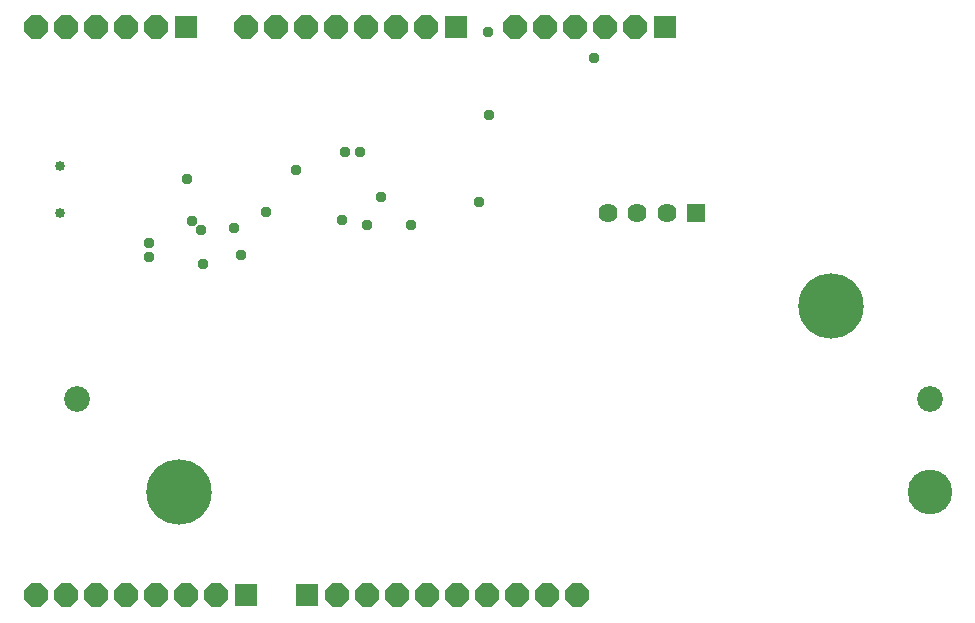
<source format=gbs>
G04 EAGLE Gerber RS-274X export*
G75*
%MOMM*%
%FSLAX34Y34*%
%LPD*%
%INBottom Solder Mask*%
%IPPOS*%
%AMOC8*
5,1,8,0,0,1.08239X$1,22.5*%
G01*
%ADD10C,0.853200*%
%ADD11P,2.144431X8X292.500000*%
%ADD12R,1.981200X1.981200*%
%ADD13P,2.144431X8X112.500000*%
%ADD14C,2.183200*%
%ADD15C,5.528200*%
%ADD16C,3.788200*%
%ADD17R,1.621200X1.621200*%
%ADD18C,1.621200*%
%ADD19C,0.959600*%


D10*
X45000Y390000D03*
X45000Y350000D03*
D11*
X126600Y507300D03*
D12*
X152000Y507300D03*
D11*
X101200Y507300D03*
X75800Y507300D03*
X50400Y507300D03*
X25000Y507300D03*
X355500Y507100D03*
D12*
X380900Y507100D03*
D11*
X330100Y507100D03*
X304700Y507100D03*
X279300Y507100D03*
X253900Y507100D03*
X228500Y507100D03*
X203100Y507100D03*
D13*
X279916Y26100D03*
D12*
X254516Y26100D03*
D13*
X305316Y26100D03*
X330716Y26100D03*
X356116Y26100D03*
X381516Y26100D03*
X406916Y26100D03*
X432316Y26100D03*
X457716Y26100D03*
X483116Y26100D03*
D11*
X531860Y507000D03*
D12*
X557260Y507000D03*
D11*
X506460Y507000D03*
X481060Y507000D03*
X455660Y507000D03*
X430260Y507000D03*
D14*
X59600Y192700D03*
X781600Y192700D03*
D15*
X146000Y114000D03*
D16*
X781600Y114000D03*
D15*
X698000Y271400D03*
D17*
X584030Y349640D03*
D18*
X559030Y349640D03*
X534030Y349640D03*
X509030Y349640D03*
D11*
X177608Y26000D03*
D12*
X203008Y26000D03*
D11*
X152208Y26000D03*
X126808Y26000D03*
X101408Y26000D03*
X76008Y26000D03*
X50608Y26000D03*
X25208Y26000D03*
D19*
X152556Y378930D03*
X120396Y324104D03*
X166116Y306324D03*
X157226Y343408D03*
X193040Y336804D03*
X198272Y314300D03*
X317500Y363220D03*
X287020Y401320D03*
X497840Y481330D03*
X120650Y312420D03*
X245110Y386080D03*
X305276Y339788D03*
X284480Y344170D03*
X342900Y339788D03*
X299720Y401320D03*
X407670Y502920D03*
X400050Y359410D03*
X408940Y433070D03*
X165100Y335280D03*
X219710Y350520D03*
M02*

</source>
